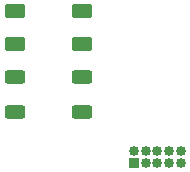
<source format=gbr>
%TF.GenerationSoftware,KiCad,Pcbnew,9.0.2-9.0.2-0~ubuntu22.04.1*%
%TF.CreationDate,2025-07-10T14:11:49-04:00*%
%TF.ProjectId,SOYCC,534f5943-432e-46b6-9963-61645f706362,rev?*%
%TF.SameCoordinates,Original*%
%TF.FileFunction,Soldermask,Top*%
%TF.FilePolarity,Negative*%
%FSLAX46Y46*%
G04 Gerber Fmt 4.6, Leading zero omitted, Abs format (unit mm)*
G04 Created by KiCad (PCBNEW 9.0.2-9.0.2-0~ubuntu22.04.1) date 2025-07-10 14:11:49*
%MOMM*%
%LPD*%
G01*
G04 APERTURE LIST*
G04 Aperture macros list*
%AMRoundRect*
0 Rectangle with rounded corners*
0 $1 Rounding radius*
0 $2 $3 $4 $5 $6 $7 $8 $9 X,Y pos of 4 corners*
0 Add a 4 corners polygon primitive as box body*
4,1,4,$2,$3,$4,$5,$6,$7,$8,$9,$2,$3,0*
0 Add four circle primitives for the rounded corners*
1,1,$1+$1,$2,$3*
1,1,$1+$1,$4,$5*
1,1,$1+$1,$6,$7*
1,1,$1+$1,$8,$9*
0 Add four rect primitives between the rounded corners*
20,1,$1+$1,$2,$3,$4,$5,0*
20,1,$1+$1,$4,$5,$6,$7,0*
20,1,$1+$1,$6,$7,$8,$9,0*
20,1,$1+$1,$8,$9,$2,$3,0*%
G04 Aperture macros list end*
%ADD10R,0.850000X0.850000*%
%ADD11C,0.850000*%
%ADD12RoundRect,0.250000X0.625000X-0.375000X0.625000X0.375000X-0.625000X0.375000X-0.625000X-0.375000X0*%
%ADD13RoundRect,0.250000X-0.625000X0.312500X-0.625000X-0.312500X0.625000X-0.312500X0.625000X0.312500X0*%
G04 APERTURE END LIST*
D10*
%TO.C,J1*%
X144685000Y-98290000D03*
D11*
X144685000Y-97290000D03*
X145685000Y-98290000D03*
X145685000Y-97290000D03*
X146685000Y-98290000D03*
X146685000Y-97290000D03*
X147685000Y-98290000D03*
X147685000Y-97290000D03*
X148685000Y-98290000D03*
X148685000Y-97290000D03*
%TD*%
D12*
%TO.C,D1*%
X134620000Y-88265000D03*
X134620000Y-85465000D03*
%TD*%
%TO.C,D2*%
X140335000Y-88265000D03*
X140335000Y-85465000D03*
%TD*%
D13*
%TO.C,R1*%
X134620000Y-91055000D03*
X134620000Y-93980000D03*
%TD*%
%TO.C,R2*%
X140335000Y-91055000D03*
X140335000Y-93980000D03*
%TD*%
M02*

</source>
